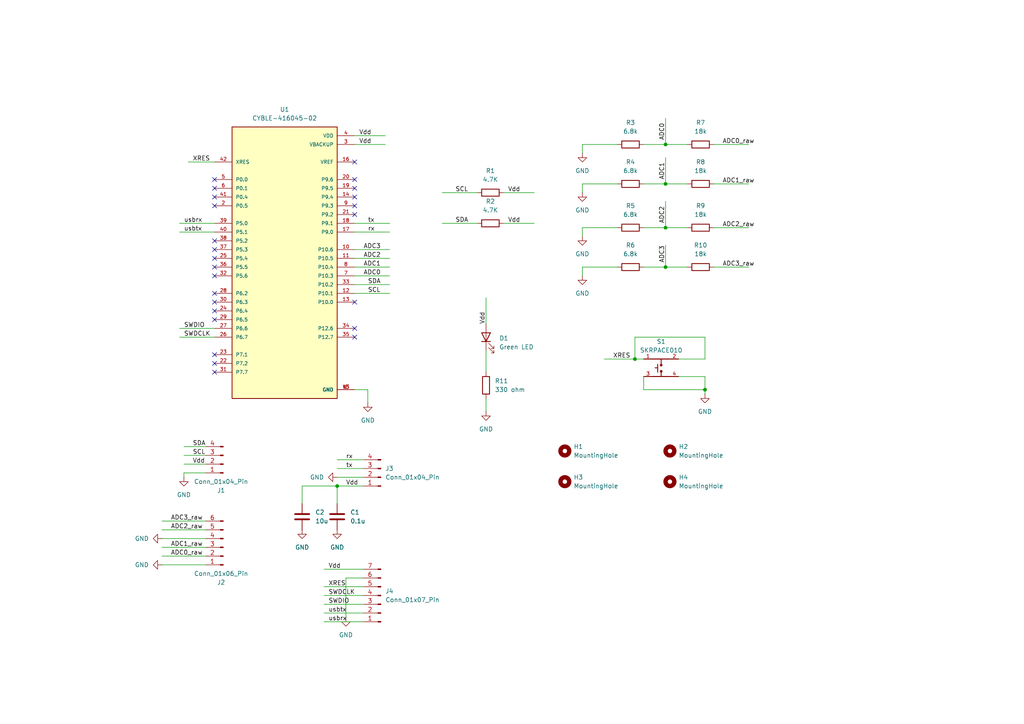
<source format=kicad_sch>
(kicad_sch (version 20231120) (generator "eeschema") (generator_version "8.0")
  (paper "A4")
  (lib_symbols
    (symbol "CYBLE-416045-02:CYBLE-416045-02" (pin_names (offset 1.016))
      (property "Reference" "U" (at -14.6197 38.7439 0))
      (property "Value" "CYBLE-416045-02" (at -15.3731 -43.3098 0))
      (symbol "CYBLE-416045-02_0_0"
        (rectangle (start -15.24 -40.64) (end 15.24 38.1) (stroke (width 0.254)) (fill (type background)))
        (pin power_in line (at 20.32 -38.1 180) (length 5.08) (name "GND") (number "1"))
        (pin bidirectional line (at 20.32 2.54 180) (length 5.08) (name "P10.6") (number "10"))
        (pin bidirectional line (at 20.32 0 180) (length 5.08) (name "P10.5") (number "11"))
        (pin bidirectional line (at 20.32 -10.16 180) (length 5.08) (name "P10.1") (number "12"))
        (pin bidirectional line (at 20.32 -12.7 180) (length 5.08) (name "P10.0") (number "13"))
        (pin bidirectional line (at 20.32 17.78 180) (length 5.08) (name "P9.4") (number "14"))
        (pin power_in line (at 20.32 -38.1 180) (length 5.08) (name "GND") (number "15"))
        (pin bidirectional line (at 20.32 27.94 180) (length 5.08) (name "VREF") (number "16"))
        (pin bidirectional line (at 20.32 7.62 180) (length 5.08) (name "P9.0") (number "17"))
        (pin bidirectional line (at 20.32 10.16 180) (length 5.08) (name "P9.1") (number "18"))
        (pin bidirectional line (at 20.32 20.32 180) (length 5.08) (name "P9.5") (number "19"))
        (pin bidirectional line (at -20.32 15.24 0) (length 5.08) (name "P0.5") (number "2"))
        (pin bidirectional line (at 20.32 22.86 180) (length 5.08) (name "P9.6") (number "20"))
        (pin bidirectional line (at 20.32 12.7 180) (length 5.08) (name "P9.2") (number "21"))
        (pin bidirectional line (at -20.32 -30.48 0) (length 5.08) (name "P7.2") (number "22"))
        (pin bidirectional line (at -20.32 -27.94 0) (length 5.08) (name "P7.1") (number "23"))
        (pin bidirectional line (at -20.32 -15.24 0) (length 5.08) (name "P6.4") (number "24"))
        (pin bidirectional line (at -20.32 0 0) (length 5.08) (name "P5.4") (number "25"))
        (pin bidirectional line (at -20.32 -22.86 0) (length 5.08) (name "P6.7") (number "26"))
        (pin bidirectional line (at -20.32 -20.32 0) (length 5.08) (name "P6.6") (number "27"))
        (pin bidirectional line (at -20.32 -10.16 0) (length 5.08) (name "P6.2") (number "28"))
        (pin bidirectional line (at -20.32 -17.78 0) (length 5.08) (name "P6.5") (number "29"))
        (pin power_in line (at 20.32 33.02 180) (length 5.08) (name "VBACKUP") (number "3"))
        (pin bidirectional line (at -20.32 -12.7 0) (length 5.08) (name "P6.3") (number "30"))
        (pin bidirectional line (at -20.32 -33.02 0) (length 5.08) (name "P7.7") (number "31"))
        (pin bidirectional line (at -20.32 -5.08 0) (length 5.08) (name "P5.6") (number "32"))
        (pin bidirectional line (at 20.32 -7.62 180) (length 5.08) (name "P10.2") (number "33"))
        (pin bidirectional line (at 20.32 -20.32 180) (length 5.08) (name "P12.6") (number "34"))
        (pin bidirectional line (at 20.32 -22.86 180) (length 5.08) (name "P12.7") (number "35"))
        (pin bidirectional line (at -20.32 -2.54 0) (length 5.08) (name "P5.5") (number "36"))
        (pin bidirectional line (at -20.32 2.54 0) (length 5.08) (name "P5.3") (number "37"))
        (pin bidirectional line (at -20.32 5.08 0) (length 5.08) (name "P5.2") (number "38"))
        (pin bidirectional line (at -20.32 10.16 0) (length 5.08) (name "P5.0") (number "39"))
        (pin power_in line (at 20.32 35.56 180) (length 5.08) (name "VDD") (number "4"))
        (pin bidirectional line (at -20.32 7.62 0) (length 5.08) (name "P5.1") (number "40"))
        (pin bidirectional line (at -20.32 17.78 0) (length 5.08) (name "P0.4") (number "41"))
        (pin input line (at -20.32 27.94 0) (length 5.08) (name "XRES") (number "42"))
        (pin power_in line (at 20.32 -38.1 180) (length 5.08) (name "GND") (number "43"))
        (pin bidirectional line (at -20.32 22.86 0) (length 5.08) (name "P0.0") (number "5"))
        (pin bidirectional line (at -20.32 20.32 0) (length 5.08) (name "P0.1") (number "6"))
        (pin bidirectional line (at 20.32 -5.08 180) (length 5.08) (name "P10.3") (number "7"))
        (pin bidirectional line (at 20.32 -2.54 180) (length 5.08) (name "P10.4") (number "8"))
        (pin bidirectional line (at 20.32 15.24 180) (length 5.08) (name "P9.3") (number "9"))
      )
    )
    (symbol "Connector:Conn_01x04_Pin" (pin_names (offset 1.016) hide)
      (property "Reference" "J" (at 0 5.08 0))
      (property "Value" "Conn_01x04_Pin" (at 0 -7.62 0))
      (symbol "Conn_01x04_Pin_1_1"
        (polyline (pts (xy 1.27 -5.08) (xy 0.8636 -5.08)) (stroke (width 0.1524)))
        (polyline (pts (xy 1.27 -2.54) (xy 0.8636 -2.54)) (stroke (width 0.1524)))
        (polyline (pts (xy 1.27 0) (xy 0.8636 0)) (stroke (width 0.1524)))
        (polyline (pts (xy 1.27 2.54) (xy 0.8636 2.54)) (stroke (width 0.1524)))
        (rectangle (start 0.8636 -4.953) (end 0 -5.207) (stroke (width 0.1524)) (fill (type outline)))
        (rectangle (start 0.8636 -2.413) (end 0 -2.667) (stroke (width 0.1524)) (fill (type outline)))
        (rectangle (start 0.8636 0.127) (end 0 -0.127) (stroke (width 0.1524)) (fill (type outline)))
        (rectangle (start 0.8636 2.667) (end 0 2.413) (stroke (width 0.1524)) (fill (type outline)))
        (pin passive line (at 5.08 2.54 180) (length 3.81) (name "Pin_1") (number "1"))
        (pin passive line (at 5.08 0 180) (length 3.81) (name "Pin_2") (number "2"))
        (pin passive line (at 5.08 -2.54 180) (length 3.81) (name "Pin_3") (number "3"))
        (pin passive line (at 5.08 -5.08 180) (length 3.81) (name "Pin_4") (number "4"))
      )
    )
    (symbol "Connector:Conn_01x06_Pin" (pin_names (offset 1.016) hide)
      (property "Reference" "J" (at 0 7.62 0))
      (property "Value" "Conn_01x06_Pin" (at 0 -10.16 0))
      (symbol "Conn_01x06_Pin_1_1"
        (polyline (pts (xy 1.27 -7.62) (xy 0.8636 -7.62)) (stroke (width 0.1524)))
        (polyline (pts (xy 1.27 -5.08) (xy 0.8636 -5.08)) (stroke (width 0.1524)))
        (polyline (pts (xy 1.27 -2.54) (xy 0.8636 -2.54)) (stroke (width 0.1524)))
        (polyline (pts (xy 1.27 0) (xy 0.8636 0)) (stroke (width 0.1524)))
        (polyline (pts (xy 1.27 2.54) (xy 0.8636 2.54)) (stroke (width 0.1524)))
        (polyline (pts (xy 1.27 5.08) (xy 0.8636 5.08)) (stroke (width 0.1524)))
        (rectangle (start 0.8636 -7.493) (end 0 -7.747) (stroke (width 0.1524)) (fill (type outline)))
        (rectangle (start 0.8636 -4.953) (end 0 -5.207) (stroke (width 0.1524)) (fill (type outline)))
        (rectangle (start 0.8636 -2.413) (end 0 -2.667) (stroke (width 0.1524)) (fill (type outline)))
        (rectangle (start 0.8636 0.127) (end 0 -0.127) (stroke (width 0.1524)) (fill (type outline)))
        (rectangle (start 0.8636 2.667) (end 0 2.413) (stroke (width 0.1524)) (fill (type outline)))
        (rectangle (start 0.8636 5.207) (end 0 4.953) (stroke (width 0.1524)) (fill (type outline)))
        (pin passive line (at 5.08 5.08 180) (length 3.81) (name "Pin_1") (number "1"))
        (pin passive line (at 5.08 2.54 180) (length 3.81) (name "Pin_2") (number "2"))
        (pin passive line (at 5.08 0 180) (length 3.81) (name "Pin_3") (number "3"))
        (pin passive line (at 5.08 -2.54 180) (length 3.81) (name "Pin_4") (number "4"))
        (pin passive line (at 5.08 -5.08 180) (length 3.81) (name "Pin_5") (number "5"))
        (pin passive line (at 5.08 -7.62 180) (length 3.81) (name "Pin_6") (number "6"))
      )
    )
    (symbol "Connector:Conn_01x07_Pin" (pin_names (offset 1.016) hide)
      (property "Reference" "J" (at 0 10.16 0))
      (property "Value" "Conn_01x07_Pin" (at 0 -10.16 0))
      (symbol "Conn_01x07_Pin_1_1"
        (polyline (pts (xy 1.27 -7.62) (xy 0.8636 -7.62)) (stroke (width 0.1524)))
        (polyline (pts (xy 1.27 -5.08) (xy 0.8636 -5.08)) (stroke (width 0.1524)))
        (polyline (pts (xy 1.27 -2.54) (xy 0.8636 -2.54)) (stroke (width 0.1524)))
        (polyline (pts (xy 1.27 0) (xy 0.8636 0)) (stroke (width 0.1524)))
        (polyline (pts (xy 1.27 2.54) (xy 0.8636 2.54)) (stroke (width 0.1524)))
        (polyline (pts (xy 1.27 5.08) (xy 0.8636 5.08)) (stroke (width 0.1524)))
        (polyline (pts (xy 1.27 7.62) (xy 0.8636 7.62)) (stroke (width 0.1524)))
        (rectangle (start 0.8636 -7.493) (end 0 -7.747) (stroke (width 0.1524)) (fill (type outline)))
        (rectangle (start 0.8636 -4.953) (end 0 -5.207) (stroke (width 0.1524)) (fill (type outline)))
        (rectangle (start 0.8636 -2.413) (end 0 -2.667) (stroke (width 0.1524)) (fill (type outline)))
        (rectangle (start 0.8636 0.127) (end 0 -0.127) (stroke (width 0.1524)) (fill (type outline)))
        (rectangle (start 0.8636 2.667) (end 0 2.413) (stroke (width 0.1524)) (fill (type outline)))
        (rectangle (start 0.8636 5.207) (end 0 4.953) (stroke (width 0.1524)) (fill (type outline)))
        (rectangle (start 0.8636 7.747) (end 0 7.493) (stroke (width 0.1524)) (fill (type outline)))
        (pin passive line (at 5.08 7.62 180) (length 3.81) (name "Pin_1") (number "1"))
        (pin passive line (at 5.08 5.08 180) (length 3.81) (name "Pin_2") (number "2"))
        (pin passive line (at 5.08 2.54 180) (length 3.81) (name "Pin_3") (number "3"))
        (pin passive line (at 5.08 0 180) (length 3.81) (name "Pin_4") (number "4"))
        (pin passive line (at 5.08 -2.54 180) (length 3.81) (name "Pin_5") (number "5"))
        (pin passive line (at 5.08 -5.08 180) (length 3.81) (name "Pin_6") (number "6"))
        (pin passive line (at 5.08 -7.62 180) (length 3.81) (name "Pin_7") (number "7"))
      )
    )
    (symbol "Device:C" (pin_numbers hide) (pin_names (offset 0.254))
      (property "Reference" "C" (at 0.635 2.54 0))
      (property "Value" "C" (at 0.635 -2.54 0))
      (symbol "C_0_1"
        (polyline (pts (xy -2.032 -0.762) (xy 2.032 -0.762)) (stroke (width 0.508)))
        (polyline (pts (xy -2.032 0.762) (xy 2.032 0.762)) (stroke (width 0.508)))
      )
      (symbol "C_1_1"
        (pin passive line (at 0 3.81 270) (length 2.794) (name "~") (number "1"))
        (pin passive line (at 0 -3.81 90) (length 2.794) (name "~") (number "2"))
      )
    )
    (symbol "Device:LED" (pin_numbers hide) (pin_names (offset 1.016) hide)
      (property "Reference" "D" (at 0 2.54 0))
      (property "Value" "LED" (at 0 -2.54 0))
      (symbol "LED_0_1"
        (polyline (pts (xy -1.27 -1.27) (xy -1.27 1.27)) (stroke (width 0.254)))
        (polyline (pts (xy -1.27 0) (xy 1.27 0)))
        (polyline (pts (xy 1.27 -1.27) (xy 1.27 1.27) (xy -1.27 0) (xy 1.27 -1.27)) (stroke (width 0.254)))
        (polyline (pts (xy -3.048 -0.762) (xy -4.572 -2.286) (xy -3.81 -2.286) (xy -4.572 -2.286) (xy -4.572 -1.524)))
        (polyline (pts (xy -1.778 -0.762) (xy -3.302 -2.286) (xy -2.54 -2.286) (xy -3.302 -2.286) (xy -3.302 -1.524)))
      )
      (symbol "LED_1_1"
        (pin passive line (at -3.81 0 0) (length 2.54) (name "K") (number "1"))
        (pin passive line (at 3.81 0 180) (length 2.54) (name "A") (number "2"))
      )
    )
    (symbol "Device:R" (pin_numbers hide) (pin_names (offset 0))
      (property "Reference" "R" (at 2.032 0 90))
      (property "Value" "R" (at 0 0 90))
      (symbol "R_0_1"
        (rectangle (start -1.016 -2.54) (end 1.016 2.54) (stroke (width 0.254)))
      )
      (symbol "R_1_1"
        (pin passive line (at 0 3.81 270) (length 1.27) (name "~") (number "1"))
        (pin passive line (at 0 -3.81 90) (length 1.27) (name "~") (number "2"))
      )
    )
    (symbol "Mechanical:MountingHole" (pin_names (offset 1.016)) (exclude_from_sim yes) (in_bom no)
      (property "Reference" "H" (at 0 5.08 0))
      (property "Value" "MountingHole" (at 0 3.175 0))
      (symbol "MountingHole_0_1"
        (circle (center 0 0) (radius 1.27) (stroke (width 1.27)))
      )
    )
    (symbol "SKswitch:SKRPACE010" (pin_names (offset 1.016))
      (property "Reference" "S" (at -2.5431 5.0863 0))
      (property "Value" "SKRPACE010" (at -2.5442 -5.0884 0))
      (symbol "SKRPACE010_0_0"
        (circle (center 0 -1.016) (radius 0.254) (stroke (width 0.254)))
        (polyline (pts (xy -5.08 2.54) (xy 5.08 2.54)) (stroke (width 0.254)))
        (polyline (pts (xy -2.54 -2.54) (xy 0 -2.54)) (stroke (width 0.254)))
        (polyline (pts (xy -2.54 2.54) (xy 0 2.54)) (stroke (width 0.254)))
        (polyline (pts (xy -1.016 0) (xy -1.778 0)) (stroke (width 0.254)))
        (polyline (pts (xy -1.016 0) (xy -1.016 -1.27)) (stroke (width 0.254)))
        (polyline (pts (xy -1.016 1.016) (xy -1.016 0)) (stroke (width 0.254)))
        (polyline (pts (xy 0 -2.54) (xy 2.54 -2.54)) (stroke (width 0.254)))
        (polyline (pts (xy 0 -1.016) (xy 0 -2.54)) (stroke (width 0.254)))
        (polyline (pts (xy 0 0.762) (xy 0 2.54)) (stroke (width 0.254)))
        (polyline (pts (xy 0 2.54) (xy 2.54 2.54)) (stroke (width 0.254)))
        (polyline (pts (xy 5.08 -2.54) (xy -5.08 -2.54)) (stroke (width 0.254)))
        (circle (center 0 0.762) (radius 0.254) (stroke (width 0.254)))
        (pin bidirectional line (at -5.08 2.54 0) (length 2.54) (name "~") (number "1"))
        (pin bidirectional line (at 5.08 2.54 180) (length 2.54) (name "~") (number "2"))
        (pin bidirectional line (at -5.08 -2.54 0) (length 2.54) (name "~") (number "3"))
        (pin bidirectional line (at 5.08 -2.54 180) (length 2.54) (name "~") (number "4"))
      )
    )
    (symbol "power:GND" (power) (pin_numbers hide) (pin_names (offset 0) hide)
      (property "Value" "GND" (at 0 -3.81 0))
      (symbol "GND_0_1"
        (polyline (pts (xy 0 0) (xy 0 -1.27) (xy 1.27 -1.27) (xy 0 -2.54) (xy -1.27 -1.27) (xy 0 -1.27)))
      )
      (symbol "GND_1_1"
        (pin power_in line (at 0 0 270) (length 0) (name "~") (number "1"))
      )
    )
  )
  (junction (at 193.04 77.47))
  (junction (at 204.47 113.03))
  (junction (at 193.04 41.91))
  (junction (at 184.15 104.14))
  (junction (at 97.79 140.97))
  (junction (at 193.04 66.04))
  (junction (at 193.04 53.34))
  (no_connect (at 62.23 52.07))
  (no_connect (at 62.23 107.95))
  (no_connect (at 62.23 77.47))
  (no_connect (at 102.87 97.79))
  (no_connect (at 62.23 90.17))
  (no_connect (at 62.23 69.85))
  (no_connect (at 102.87 57.15))
  (no_connect (at 102.87 46.99))
  (no_connect (at 62.23 80.01))
  (no_connect (at 62.23 59.69))
  (no_connect (at 102.87 87.63))
  (no_connect (at 62.23 102.87))
  (no_connect (at 102.87 54.61))
  (no_connect (at 62.23 74.93))
  (no_connect (at 62.23 72.39))
  (no_connect (at 62.23 57.15))
  (no_connect (at 62.23 87.63))
  (no_connect (at 62.23 54.61))
  (no_connect (at 102.87 59.69))
  (no_connect (at 62.23 105.41))
  (no_connect (at 62.23 92.71))
  (no_connect (at 62.23 85.09))
  (no_connect (at 102.87 52.07))
  (no_connect (at 102.87 62.23))
  (no_connect (at 102.87 95.25))
  (wire (pts (xy 97.79 135.89) (xy 105.41 135.89)))
  (wire (pts (xy 46.99 153.67) (xy 59.69 153.67)))
  (wire (pts (xy 97.79 140.97) (xy 105.41 140.97)))
  (wire (pts (xy 102.87 113.03) (xy 106.68 113.03)))
  (wire (pts (xy 168.91 77.47) (xy 168.91 80.01)))
  (wire (pts (xy 193.04 77.47) (xy 199.39 77.47)))
  (wire (pts (xy 93.98 180.34) (xy 105.41 180.34)))
  (wire (pts (xy 184.15 97.79) (xy 204.47 97.79)))
  (wire (pts (xy 207.01 77.47) (xy 217.17 77.47)))
  (wire (pts (xy 46.99 151.13) (xy 59.69 151.13)))
  (wire (pts (xy 46.99 161.29) (xy 59.69 161.29)))
  (wire (pts (xy 102.87 77.47) (xy 113.03 77.47)))
  (wire (pts (xy 93.98 175.26) (xy 105.41 175.26)))
  (wire (pts (xy 179.07 77.47) (xy 168.91 77.47)))
  (wire (pts (xy 87.63 140.97) (xy 87.63 146.05)))
  (wire (pts (xy 193.04 41.91) (xy 199.39 41.91)))
  (wire (pts (xy 204.47 113.03) (xy 204.47 114.3)))
  (wire (pts (xy 193.04 58.42) (xy 193.04 66.04)))
  (wire (pts (xy 105.41 167.64) (xy 100.33 167.64)))
  (wire (pts (xy 207.01 66.04) (xy 217.17 66.04)))
  (wire (pts (xy 53.34 137.16) (xy 59.69 137.16)))
  (wire (pts (xy 179.07 41.91) (xy 168.91 41.91)))
  (wire (pts (xy 52.07 64.77) (xy 62.23 64.77)))
  (wire (pts (xy 168.91 41.91) (xy 168.91 44.45)))
  (wire (pts (xy 102.87 82.55) (xy 113.03 82.55)))
  (wire (pts (xy 168.91 53.34) (xy 168.91 55.88)))
  (wire (pts (xy 102.87 39.37) (xy 111.76 39.37)))
  (wire (pts (xy 140.97 93.98) (xy 140.97 86.36)))
  (wire (pts (xy 128.27 55.88) (xy 138.43 55.88)))
  (wire (pts (xy 53.34 137.16) (xy 53.34 138.43)))
  (wire (pts (xy 54.61 46.99) (xy 62.23 46.99)))
  (wire (pts (xy 193.04 45.72) (xy 193.04 53.34)))
  (wire (pts (xy 97.79 133.35) (xy 105.41 133.35)))
  (wire (pts (xy 106.68 113.03) (xy 106.68 116.84)))
  (wire (pts (xy 93.98 172.72) (xy 105.41 172.72)))
  (wire (pts (xy 175.26 104.14) (xy 184.15 104.14)))
  (wire (pts (xy 193.04 66.04) (xy 199.39 66.04)))
  (wire (pts (xy 53.34 132.08) (xy 59.69 132.08)))
  (wire (pts (xy 204.47 97.79) (xy 204.47 104.14)))
  (wire (pts (xy 179.07 53.34) (xy 168.91 53.34)))
  (wire (pts (xy 168.91 66.04) (xy 168.91 68.58)))
  (wire (pts (xy 186.69 53.34) (xy 193.04 53.34)))
  (wire (pts (xy 93.98 165.1) (xy 105.41 165.1)))
  (wire (pts (xy 140.97 107.95) (xy 140.97 101.6)))
  (wire (pts (xy 186.69 41.91) (xy 193.04 41.91)))
  (wire (pts (xy 184.15 104.14) (xy 186.69 104.14)))
  (wire (pts (xy 146.05 64.77) (xy 154.94 64.77)))
  (wire (pts (xy 193.04 34.29) (xy 193.04 41.91)))
  (wire (pts (xy 46.99 156.21) (xy 59.69 156.21)))
  (wire (pts (xy 186.69 113.03) (xy 204.47 113.03)))
  (wire (pts (xy 102.87 67.31) (xy 113.03 67.31)))
  (wire (pts (xy 97.79 140.97) (xy 97.79 146.05)))
  (wire (pts (xy 196.85 104.14) (xy 204.47 104.14)))
  (wire (pts (xy 53.34 134.62) (xy 59.69 134.62)))
  (wire (pts (xy 93.98 177.8) (xy 105.41 177.8)))
  (wire (pts (xy 52.07 95.25) (xy 62.23 95.25)))
  (wire (pts (xy 102.87 64.77) (xy 113.03 64.77)))
  (wire (pts (xy 97.79 138.43) (xy 105.41 138.43)))
  (wire (pts (xy 179.07 66.04) (xy 168.91 66.04)))
  (wire (pts (xy 140.97 119.38) (xy 140.97 115.57)))
  (wire (pts (xy 102.87 80.01) (xy 113.03 80.01)))
  (wire (pts (xy 186.69 109.22) (xy 186.69 113.03)))
  (wire (pts (xy 100.33 167.64) (xy 100.33 179.07)))
  (wire (pts (xy 146.05 55.88) (xy 154.94 55.88)))
  (wire (pts (xy 204.47 109.22) (xy 204.47 113.03)))
  (wire (pts (xy 102.87 74.93) (xy 113.03 74.93)))
  (wire (pts (xy 186.69 66.04) (xy 193.04 66.04)))
  (wire (pts (xy 46.99 158.75) (xy 59.69 158.75)))
  (wire (pts (xy 52.07 67.31) (xy 62.23 67.31)))
  (wire (pts (xy 128.27 64.77) (xy 138.43 64.77)))
  (wire (pts (xy 186.69 77.47) (xy 193.04 77.47)))
  (wire (pts (xy 46.99 163.83) (xy 59.69 163.83)))
  (wire (pts (xy 102.87 41.91) (xy 111.76 41.91)))
  (wire (pts (xy 52.07 97.79) (xy 62.23 97.79)))
  (wire (pts (xy 93.98 170.18) (xy 105.41 170.18)))
  (wire (pts (xy 196.85 109.22) (xy 204.47 109.22)))
  (wire (pts (xy 184.15 104.14) (xy 184.15 97.79)))
  (wire (pts (xy 97.79 140.97) (xy 87.63 140.97)))
  (wire (pts (xy 53.34 129.54) (xy 59.69 129.54)))
  (wire (pts (xy 102.87 85.09) (xy 113.03 85.09)))
  (wire (pts (xy 193.04 71.12) (xy 193.04 77.47)))
  (wire (pts (xy 207.01 41.91) (xy 217.17 41.91)))
  (wire (pts (xy 102.87 72.39) (xy 113.03 72.39)))
  (wire (pts (xy 193.04 53.34) (xy 199.39 53.34)))
  (wire (pts (xy 207.01 53.34) (xy 217.17 53.34)))
  (label "SCL" (at 132.08 55.88 0))
  (label "SCL" (at 55.88 132.08 0))
  (label "SDA" (at 55.88 129.54 0))
  (label "tx" (at 100.33 135.89 0))
  (label "Vdd" (at 104.14 39.37 0))
  (label "ADC1_raw" (at 49.53 158.75 0))
  (label "SCL" (at 106.68 85.09 0))
  (label "Vdd" (at 55.88 134.62 0))
  (label "ADC3_raw" (at 209.55 77.47 0))
  (label "ADC0_raw" (at 49.53 161.29 0))
  (label "ADC2_raw" (at 49.53 153.67 0))
  (label "ADC1" (at 193.04 52.07 90))
  (label "usbrx" (at 95.25 180.34 0))
  (label "Vdd" (at 95.25 165.1 0))
  (label "XRES" (at 55.88 46.99 0))
  (label "ADC2" (at 193.04 64.77 90))
  (label "Vdd" (at 100.33 140.97 0))
  (label "ADC0_raw" (at 209.55 41.91 0))
  (label "Vdd" (at 140.97 93.98 90))
  (label "Vdd" (at 147.32 64.77 0))
  (label "usbtx" (at 53.34 67.31 0))
  (label "ADC1" (at 105.41 77.47 0))
  (label "ADC3" (at 193.04 76.2 90))
  (label "SWDIO" (at 95.25 175.26 0))
  (label "ADC1_raw" (at 209.55 53.34 0))
  (label "ADC3" (at 105.41 72.39 0))
  (label "usbrx" (at 53.34 64.77 0))
  (label "Vdd" (at 147.32 55.88 0))
  (label "SDA" (at 106.68 82.55 0))
  (label "Vdd" (at 104.14 41.91 0))
  (label "ADC0" (at 193.04 40.64 90))
  (label "SWDCLK" (at 95.25 172.72 0))
  (label "XRES" (at 177.8 104.14 0))
  (label "tx" (at 106.68 64.77 0))
  (label "SWDCLK" (at 53.34 97.79 0))
  (label "ADC3_raw" (at 49.53 151.13 0))
  (label "usbtx" (at 95.25 177.8 0))
  (label "ADC0" (at 105.41 80.01 0))
  (label "XRES" (at 95.25 170.18 0))
  (label "ADC2_raw" (at 209.55 66.04 0))
  (label "rx" (at 106.68 67.31 0))
  (label "SWDIO" (at 53.34 95.25 0))
  (label "rx" (at 100.33 133.35 0))
  (label "SDA" (at 132.08 64.77 0))
  (label "ADC2" (at 105.41 74.93 0))
  (symbol (lib_id "Device:R") (at 182.88 41.91 90) (unit 1)
    (property "Reference" "R3" (at 182.88 35.56 90))
    (property "Value" "6.8k" (at 182.88 38.1 90))
    (property "Footprint" "Resistor_SMD:R_0603_1608Metric" (effects (hide yes)))
    (property "Description" "Resistor" (effects (hide yes)))
  )
  (symbol (lib_id "Mechanical:MountingHole") (at 194.31 130.81 0) (unit 1) (exclude_from_sim yes) (in_bom no)
    (property "Reference" "H2" (at 196.85 129.5399 0) (effects (justify left)))
    (property "Value" "MountingHole" (at 196.85 132.0799 0) (effects (justify left)))
    (property "Footprint" "MountingHole:MountingHole_2.7mm_M2.5_Pad_TopBottom" (effects (hide yes)))
    (property "Description" "Mounting Hole without connection" (effects (hide yes)))
  )
  (symbol (lib_id "power:GND") (at 53.34 138.43 0) (unit 1)
    (property "Reference" "#PWR08" (effects (hide yes)))
    (property "Value" "GND" (at 53.34 143.51 0))
    (property "Description" "Power symbol creates a global label with name \"GND\" , ground" (effects (hide yes)))
  )
  (symbol (lib_id "power:GND") (at 168.91 55.88 0) (unit 1)
    (property "Reference" "#PWR01" (effects (hide yes)))
    (property "Value" "GND" (at 168.91 60.96 0))
    (property "Description" "Power symbol creates a global label with name \"GND\" , ground" (effects (hide yes)))
  )
  (symbol (lib_id "power:GND") (at 168.91 80.01 0) (unit 1)
    (property "Reference" "#PWR03" (effects (hide yes)))
    (property "Value" "GND" (at 168.91 85.09 0))
    (property "Description" "Power symbol creates a global label with name \"GND\" , ground" (effects (hide yes)))
  )
  (symbol (lib_id "Device:C") (at 87.63 149.86 0) (unit 1)
    (property "Reference" "C2" (at 91.44 148.5899 0) (effects (justify left)))
    (property "Value" "10u" (at 91.44 151.1299 0) (effects (justify left)))
    (property "Footprint" "Capacitor_SMD:C_0603_1608Metric" (effects (hide yes)))
    (property "Description" "Unpolarized capacitor" (effects (hide yes)))
  )
  (symbol (lib_id "Mechanical:MountingHole") (at 194.31 139.7 0) (unit 1) (exclude_from_sim yes) (in_bom no)
    (property "Reference" "H4" (at 196.85 138.4299 0) (effects (justify left)))
    (property "Value" "MountingHole" (at 196.85 140.9699 0) (effects (justify left)))
    (property "Footprint" "MountingHole:MountingHole_2.7mm_M2.5_Pad_TopBottom" (effects (hide yes)))
    (property "Description" "Mounting Hole without connection" (effects (hide yes)))
  )
  (symbol (lib_id "power:GND") (at 100.33 179.07 0) (unit 1)
    (property "Reference" "#PWR014" (effects (hide yes)))
    (property "Value" "GND" (at 100.33 184.15 0))
    (property "Description" "Power symbol creates a global label with name \"GND\" , ground" (effects (hide yes)))
  )
  (symbol (lib_id "Connector:Conn_01x07_Pin") (at 110.49 172.72 180) (unit 1)
    (property "Reference" "J4" (at 111.76 171.4499 0) (effects (justify right)))
    (property "Value" "Conn_01x07_Pin" (at 111.76 173.9899 0) (effects (justify right)))
    (property "Footprint" "Connector_PinHeader_2.54mm:PinHeader_1x07_P2.54mm_Vertical" (effects (hide yes)))
    (property "Description" "Generic connector, single row, 01x07, script generated" (effects (hide yes)))
  )
  (symbol (lib_id "power:GND") (at 46.99 163.83 270) (unit 1)
    (property "Reference" "#PWR010" (effects (hide yes)))
    (property "Value" "GND" (at 43.18 163.8299 90) (effects (justify right)))
    (property "Description" "Power symbol creates a global label with name \"GND\" , ground" (effects (hide yes)))
  )
  (symbol (lib_id "Connector:Conn_01x06_Pin") (at 64.77 158.75 180) (unit 1)
    (property "Reference" "J2" (at 64.135 168.91 0))
    (property "Value" "Conn_01x06_Pin" (at 64.135 166.37 0))
    (property "Footprint" "Connector_PinHeader_2.54mm:PinHeader_1x06_P2.54mm_Vertical" (effects (hide yes)))
    (property "Description" "Generic connector, single row, 01x06, script generated" (effects (hide yes)))
  )
  (symbol (lib_id "power:GND") (at 204.47 114.3 0) (unit 1)
    (property "Reference" "#PWR06" (effects (hide yes)))
    (property "Value" "GND" (at 204.47 119.38 0))
    (property "Description" "Power symbol creates a global label with name \"GND\" , ground" (effects (hide yes)))
  )
  (symbol (lib_id "Device:R") (at 140.97 111.76 0) (unit 1)
    (property "Reference" "R11" (at 143.51 110.4899 0) (effects (justify left)))
    (property "Value" "330 ohm" (at 143.51 113.0299 0) (effects (justify left)))
    (property "Footprint" "Resistor_SMD:R_0603_1608Metric" (effects (hide yes)))
    (property "Description" "Resistor" (effects (hide yes)))
  )
  (symbol (lib_id "Mechanical:MountingHole") (at 163.83 139.7 0) (unit 1) (exclude_from_sim yes) (in_bom no)
    (property "Reference" "H3" (at 166.37 138.4299 0) (effects (justify left)))
    (property "Value" "MountingHole" (at 166.37 140.9699 0) (effects (justify left)))
    (property "Footprint" "MountingHole:MountingHole_2.7mm_M2.5_Pad_TopBottom" (effects (hide yes)))
    (property "Description" "Mounting Hole without connection" (effects (hide yes)))
  )
  (symbol (lib_id "Connector:Conn_01x04_Pin") (at 64.77 134.62 180) (unit 1)
    (property "Reference" "J1" (at 64.135 142.24 0))
    (property "Value" "Conn_01x04_Pin" (at 64.135 139.7 0))
    (property "Footprint" "Connector_PinHeader_2.54mm:PinHeader_1x04_P2.54mm_Vertical" (effects (hide yes)))
    (property "Description" "Generic connector, single row, 01x04, script generated" (effects (hide yes)))
  )
  (symbol (lib_id "power:GND") (at 46.99 156.21 270) (unit 1)
    (property "Reference" "#PWR09" (effects (hide yes)))
    (property "Value" "GND" (at 43.18 156.2099 90) (effects (justify right)))
    (property "Description" "Power symbol creates a global label with name \"GND\" , ground" (effects (hide yes)))
  )
  (symbol (lib_id "Device:R") (at 203.2 53.34 90) (unit 1)
    (property "Reference" "R8" (at 203.2 46.99 90))
    (property "Value" "18k" (at 203.2 49.53 90))
    (property "Footprint" "Resistor_SMD:R_0603_1608Metric" (effects (hide yes)))
    (property "Description" "Resistor" (effects (hide yes)))
  )
  (symbol (lib_id "Device:R") (at 142.24 64.77 90) (unit 1)
    (property "Reference" "R2" (at 142.24 58.42 90))
    (property "Value" "4.7K" (at 142.24 60.96 90))
    (property "Footprint" "Resistor_SMD:R_0603_1608Metric" (effects (hide yes)))
    (property "Description" "Resistor" (effects (hide yes)))
  )
  (symbol (lib_id "power:GND") (at 168.91 68.58 0) (unit 1)
    (property "Reference" "#PWR02" (effects (hide yes)))
    (property "Value" "GND" (at 168.91 73.66 0))
    (property "Description" "Power symbol creates a global label with name \"GND\" , ground" (effects (hide yes)))
  )
  (symbol (lib_id "CYBLE-416045-02:CYBLE-416045-02") (at 82.55 74.93 0) (unit 1)
    (property "Reference" "U1" (at 82.55 31.75 0))
    (property "Value" "CYBLE-416045-02" (at 82.55 34.29 0))
    (property "Footprint" "kicad library:XCVR_CYBLE-416045-02" (effects (hide yes)))
    (property "MF" "Cypress Semiconductor" (effects (hide yes)))
    (property "MAXIMUM_PACKAGE_HEIGHT" "2.0mm" (effects (hide yes)))
    (property "Package" "None" (effects (hide yes)))
    (property "Price" "None" (effects (hide yes)))
    (property "Check_prices" "https://www.snapeda.com/parts/CYBLE-416045-02/Cypress+semiconductor/view-part/?ref=eda" (effects (hide yes)))
    (property "STANDARD" "Manufacturer Recommendations" (effects (hide yes)))
    (property "PARTREV" "A" (effects (hide yes)))
    (property "SnapEDA_Link" "https://www.snapeda.com/parts/CYBLE-416045-02/Cypress+semiconductor/view-part/?ref=snap" (effects (hide yes)))
    (property "MP" "CYBLE-416045-02" (effects (hide yes)))
    (property "Description_1" "\n                        \n                            Bluetooth Bluetooth v5.0 Transceiver Module 2.4GHz ~ 2.5GHz Integrated, Trace Surface Mount\n                        \n" (effects (hide yes)))
    (property "Availability" "In Stock" (effects (hide yes)))
    (property "MANUFACTURER" "CYPRESS" (effects (hide yes)))
  )
  (symbol (lib_id "Device:C") (at 97.79 149.86 0) (unit 1)
    (property "Reference" "C1" (at 101.6 148.5899 0) (effects (justify left)))
    (property "Value" "0.1u" (at 101.6 151.1299 0) (effects (justify left)))
    (property "Footprint" "Capacitor_SMD:C_0603_1608Metric" (effects (hide yes)))
    (property "Description" "Unpolarized capacitor" (effects (hide yes)))
  )
  (symbol (lib_id "power:GND") (at 140.97 119.38 0) (unit 1)
    (property "Reference" "#PWR05" (effects (hide yes)))
    (property "Value" "GND" (at 140.97 124.46 0))
    (property "Description" "Power symbol creates a global label with name \"GND\" , ground" (effects (hide yes)))
  )
  (symbol (lib_id "Mechanical:MountingHole") (at 163.83 130.81 0) (unit 1) (exclude_from_sim yes) (in_bom no)
    (property "Reference" "H1" (at 166.37 129.5399 0) (effects (justify left)))
    (property "Value" "MountingHole" (at 166.37 132.0799 0) (effects (justify left)))
    (property "Footprint" "MountingHole:MountingHole_2.7mm_M2.5_Pad_TopBottom" (effects (hide yes)))
    (property "Description" "Mounting Hole without connection" (effects (hide yes)))
  )
  (symbol (lib_id "Device:R") (at 203.2 77.47 90) (unit 1)
    (property "Reference" "R10" (at 203.2 71.12 90))
    (property "Value" "18k" (at 203.2 73.66 90))
    (property "Footprint" "Resistor_SMD:R_0603_1608Metric" (effects (hide yes)))
    (property "Description" "Resistor" (effects (hide yes)))
  )
  (symbol (lib_id "power:GND") (at 97.79 153.67 0) (unit 1)
    (property "Reference" "#PWR013" (effects (hide yes)))
    (property "Value" "GND" (at 97.79 158.75 0))
    (property "Description" "Power symbol creates a global label with name \"GND\" , ground" (effects (hide yes)))
  )
  (symbol (lib_id "SKswitch:SKRPACE010") (at 191.77 106.68 0) (unit 1)
    (property "Reference" "S1" (at 191.77 99.06 0))
    (property "Value" "SKRPACE010" (at 191.77 101.6 0))
    (property "Footprint" "kicad library:SW_SKRPACE010" (effects (hide yes)))
    (property "MF" "ALPS" (effects (hide yes)))
    (property "Description_1" "\n                        \n                            Switch Tactile N.O. SPST Button J-Bend 0.05A 16VDC 2.55N SMD Automotive T/R\n                        \n" (effects (hide yes)))
    (property "Package" "None" (effects (hide yes)))
    (property "Price" "None" (effects (hide yes)))
    (property "Check_prices" "https://www.snapeda.com/parts/SKRPACE010/ALPS/view-part/?ref=eda" (effects (hide yes)))
    (property "STANDARD" "Maniufacturer Recommendations" (effects (hide yes)))
    (property "SnapEDA_Link" "https://www.snapeda.com/parts/SKRPACE010/ALPS/view-part/?ref=snap" (effects (hide yes)))
    (property "MP" "SKRPACE010" (effects (hide yes)))
    (property "Availability" "In Stock" (effects (hide yes)))
    (property "MANUFACTURER" "ALPS" (effects (hide yes)))
  )
  (symbol (lib_id "Device:R") (at 182.88 66.04 90) (unit 1)
    (property "Reference" "R5" (at 182.88 59.69 90))
    (property "Value" "6.8k" (at 182.88 62.23 90))
    (property "Footprint" "Resistor_SMD:R_0603_1608Metric" (effects (hide yes)))
    (property "Description" "Resistor" (effects (hide yes)))
  )
  (symbol (lib_id "power:GND") (at 87.63 153.67 0) (unit 1)
    (property "Reference" "#PWR012" (effects (hide yes)))
    (property "Value" "GND" (at 87.63 158.75 0))
    (property "Description" "Power symbol creates a global label with name \"GND\" , ground" (effects (hide yes)))
  )
  (symbol (lib_id "power:GND") (at 168.91 44.45 0) (unit 1)
    (property "Reference" "#PWR04" (effects (hide yes)))
    (property "Value" "GND" (at 168.91 49.53 0))
    (property "Description" "Power symbol creates a global label with name \"GND\" , ground" (effects (hide yes)))
  )
  (symbol (lib_id "Connector:Conn_01x04_Pin") (at 110.49 138.43 180) (unit 1)
    (property "Reference" "J3" (at 111.76 135.8899 0) (effects (justify right)))
    (property "Value" "Conn_01x04_Pin" (at 111.76 138.4299 0) (effects (justify right)))
    (property "Footprint" "Connector_PinHeader_2.54mm:PinHeader_1x04_P2.54mm_Vertical" (effects (hide yes)))
    (property "Description" "Generic connector, single row, 01x04, script generated" (effects (hide yes)))
  )
  (symbol (lib_id "Device:LED") (at 140.97 97.79 90) (unit 1)
    (property "Reference" "D1" (at 144.78 98.1074 90) (effects (justify right)))
    (property "Value" "Green LED" (at 144.78 100.6474 90) (effects (justify right)))
    (property "Footprint" "LED_SMD:LED_0603_1608Metric_Pad1.05x0.95mm_HandSolder" (effects (hide yes)))
    (property "Description" "Light emitting diode" (effects (hide yes)))
  )
  (symbol (lib_id "power:GND") (at 97.79 138.43 270) (unit 1)
    (property "Reference" "#PWR011" (effects (hide yes)))
    (property "Value" "GND" (at 93.98 138.4299 90) (effects (justify right)))
    (property "Description" "Power symbol creates a global label with name \"GND\" , ground" (effects (hide yes)))
  )
  (symbol (lib_id "Device:R") (at 182.88 77.47 90) (unit 1)
    (property "Reference" "R6" (at 182.88 71.12 90))
    (property "Value" "6.8k" (at 182.88 73.66 90))
    (property "Footprint" "Resistor_SMD:R_0603_1608Metric" (effects (hide yes)))
    (property "Description" "Resistor" (effects (hide yes)))
  )
  (symbol (lib_id "power:GND") (at 106.68 116.84 0) (unit 1)
    (property "Reference" "#PWR07" (effects (hide yes)))
    (property "Value" "GND" (at 106.68 121.92 0))
    (property "Description" "Power symbol creates a global label with name \"GND\" , ground" (effects (hide yes)))
  )
  (symbol (lib_id "Device:R") (at 182.88 53.34 90) (unit 1)
    (property "Reference" "R4" (at 182.88 46.99 90))
    (property "Value" "6.8k" (at 182.88 49.53 90))
    (property "Footprint" "Resistor_SMD:R_0603_1608Metric" (effects (hide yes)))
    (property "Description" "Resistor" (effects (hide yes)))
  )
  (symbol (lib_id "Device:R") (at 203.2 66.04 90) (unit 1)
    (property "Reference" "R9" (at 203.2 59.69 90))
    (property "Value" "18k" (at 203.2 62.23 90))
    (property "Footprint" "Resistor_SMD:R_0603_1608Metric" (effects (hide yes)))
    (property "Description" "Resistor" (effects (hide yes)))
  )
  (symbol (lib_id "Device:R") (at 203.2 41.91 90) (unit 1)
    (property "Reference" "R7" (at 203.2 35.56 90))
    (property "Value" "18k" (at 203.2 38.1 90))
    (property "Footprint" "Resistor_SMD:R_0603_1608Metric" (effects (hide yes)))
    (property "Description" "Resistor" (effects (hide yes)))
  )
  (symbol (lib_id "Device:R") (at 142.24 55.88 90) (unit 1)
    (property "Reference" "R1" (at 142.24 49.53 90))
    (property "Value" "4.7K" (at 142.24 52.07 90))
    (property "Footprint" "Resistor_SMD:R_0603_1608Metric" (effects (hide yes)))
    (property "Description" "Resistor" (effects (hide yes)))
  )
)
</source>
